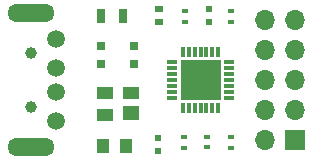
<source format=gts>
G04 #@! TF.FileFunction,Soldermask,Top*
%FSLAX46Y46*%
G04 Gerber Fmt 4.6, Leading zero omitted, Abs format (unit mm)*
G04 Created by KiCad (PCBNEW 4.0.6-e0-6349~53~ubuntu16.04.1) date Fri Jun 23 14:49:20 2017*
%MOMM*%
%LPD*%
G01*
G04 APERTURE LIST*
%ADD10C,0.100000*%
%ADD11R,0.500000X0.600000*%
%ADD12R,0.750000X0.800000*%
%ADD13R,0.700000X0.600000*%
%ADD14R,0.600000X0.400000*%
%ADD15R,0.300000X0.900000*%
%ADD16R,0.900000X0.300000*%
%ADD17R,3.350000X3.350000*%
%ADD18C,1.500000*%
%ADD19O,4.000000X1.500000*%
%ADD20C,1.000000*%
%ADD21R,1.000000X1.250000*%
%ADD22R,1.700000X1.700000*%
%ADD23O,1.700000X1.700000*%
%ADD24R,0.700000X1.300000*%
%ADD25R,1.400000X1.200000*%
%ADD26R,1.400000X1.000000*%
G04 APERTURE END LIST*
D10*
D11*
X113450000Y-113000000D03*
X113450000Y-111900000D03*
D12*
X111400000Y-104150000D03*
X111400000Y-105650000D03*
D11*
X117750000Y-102100000D03*
X117750000Y-101000000D03*
D12*
X108650000Y-105650000D03*
X108650000Y-104150000D03*
D13*
X113500000Y-100950000D03*
X113500000Y-102050000D03*
D14*
X115700000Y-102050000D03*
X115700000Y-101150000D03*
X119600000Y-112750000D03*
X119600000Y-111850000D03*
X117600000Y-112700000D03*
X117600000Y-111800000D03*
X119600000Y-102100000D03*
X119600000Y-101200000D03*
X115650000Y-112750000D03*
X115650000Y-111850000D03*
D15*
X118550000Y-104600000D03*
X118050000Y-104600000D03*
X117550000Y-104600000D03*
X117050000Y-104600000D03*
X116550000Y-104600000D03*
X116050000Y-104600000D03*
X115550000Y-104600000D03*
D16*
X114650000Y-105500000D03*
X114650000Y-106000000D03*
X114650000Y-106500000D03*
X114650000Y-107000000D03*
X114650000Y-107500000D03*
X114650000Y-108000000D03*
X114650000Y-108500000D03*
D15*
X115550000Y-109400000D03*
X116050000Y-109400000D03*
X116550000Y-109400000D03*
X117050000Y-109400000D03*
X117550000Y-109400000D03*
X118050000Y-109400000D03*
X118550000Y-109400000D03*
D16*
X119450000Y-108500000D03*
X119450000Y-108000000D03*
X119450000Y-107500000D03*
X119450000Y-107000000D03*
X119450000Y-106500000D03*
X119450000Y-106000000D03*
X119450000Y-105500000D03*
D17*
X117050000Y-107000000D03*
D18*
X104800000Y-103500000D03*
X104800000Y-106000000D03*
X104800000Y-108000000D03*
X104800000Y-110500000D03*
D19*
X102700000Y-112700000D03*
X102700000Y-101300000D03*
D20*
X102700000Y-104750000D03*
X102700000Y-109250000D03*
D21*
X110750000Y-112600000D03*
X108750000Y-112600000D03*
D22*
X125050000Y-112080000D03*
D23*
X122510000Y-112080000D03*
X125050000Y-109540000D03*
X122510000Y-109540000D03*
X125050000Y-107000000D03*
X122510000Y-107000000D03*
X125050000Y-104460000D03*
X122510000Y-104460000D03*
X125050000Y-101920000D03*
X122510000Y-101920000D03*
D24*
X110500000Y-101550000D03*
X108600000Y-101550000D03*
D25*
X111150000Y-109820000D03*
D26*
X111150000Y-108100000D03*
X108950000Y-108100000D03*
X108950000Y-110000000D03*
M02*

</source>
